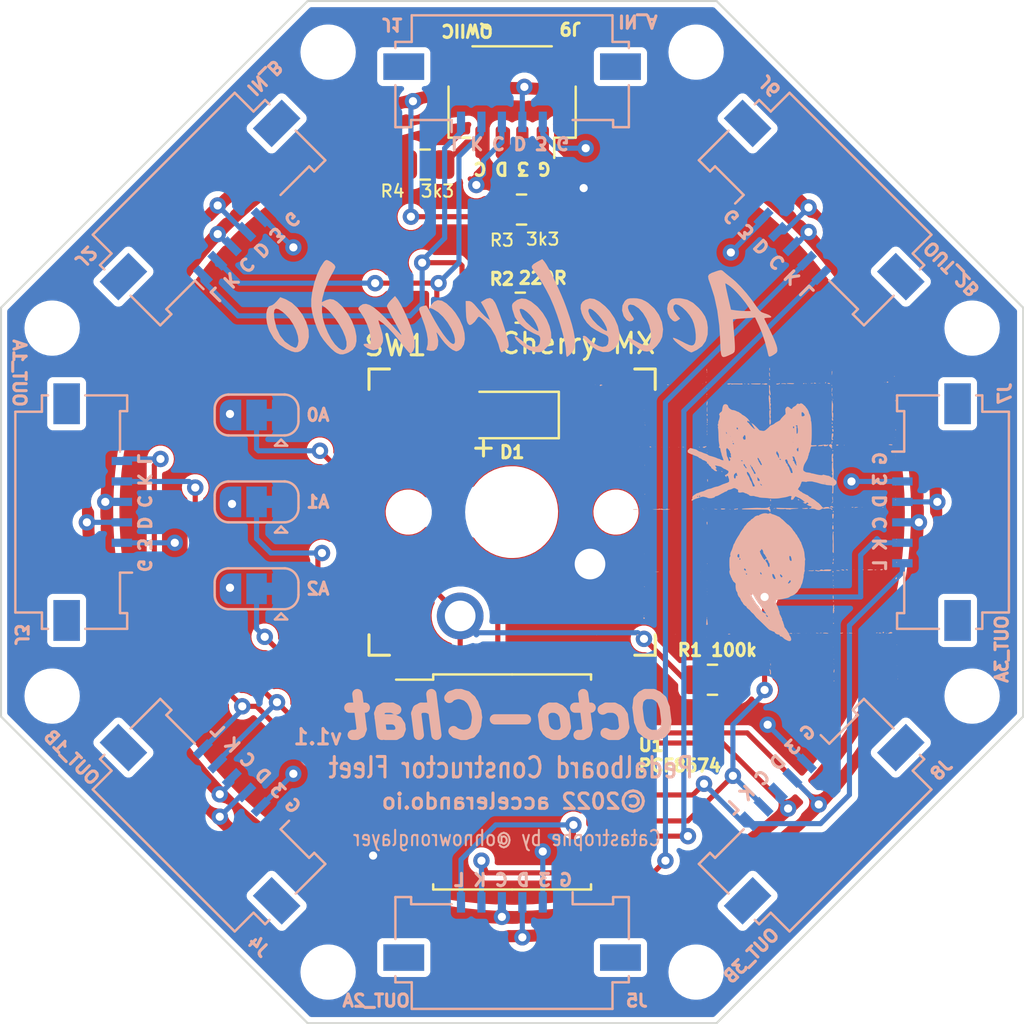
<source format=kicad_pcb>
(kicad_pcb (version 20211014) (generator pcbnew)
  (title_block (title "OctoChat") (date "2022-12-03") (rev "1.1") (company "Accelerando"))
  (layers (0 "F.Cu" signal) (31 "B.Cu" signal) (34 "B.Paste" user) (35 "F.Paste" user) (36 "B.SilkS" user "B.Silkscreen") (37 "F.SilkS" user "F.Silkscreen") (38 "B.Mask" user) (39 "F.Mask" user) (44 "Edge.Cuts" user))
  (net 0 "")
  (net 1 "GND")
  (net 2 "+3V3")
  (net 3 "/SDA")
  (net 4 "/SCL")
  (net 5 "/KEY")
  (net 6 "/LED")
  (net 7 "/KEY1")
  (net 8 "/LED1")
  (net 9 "/KEY2")
  (net 10 "/LED2")
  (net 11 "/KEY3")
  (net 12 "/LED3")
  (net 13 "/A0")
  (net 14 "/A1")
  (net 15 "/A2")
  (net 17 "/LEDK")
  (footprint "MountingHole:MountingHole_2.1mm" (layer "F.Cu") (at 147.5 116)
    (fp_text reference "H7" hide)
    (fp_text value "MountingHole" hide)
  )
  (footprint "MountingHole:MountingHole_2.1mm" (layer "F.Cu") (at 134 147.5)
    (fp_text reference "H6" hide)
    (fp_text value "MountingHole" hide)
  )
  (footprint "MountingHole:MountingHole_2.1mm" (layer "F.Cu") (at 116 102.5)
    (fp_text reference "H3" hide)
    (fp_text value "MountingHole" hide)
  )
  (footprint "Kailh:SW_MX" (layer "F.Cu") (at 125 125 180)
    (fp_text reference "SW1")
    (fp_text value "Cherry MX")
  )
  (footprint "Package_SO:SOIC-16W_7.5x10.3mm_P1.27mm" (layer "F.Cu") (at 125 138.2)
    (fp_text reference "U1")
    (fp_text value "PCF8574")
  )
  (footprint "Resistor_SMD:R_0805_2012Metric" (layer "F.Cu") (at 120.75 108)
    (fp_text reference "R4")
    (fp_text value "3k3")
  )
  (footprint "MountingHole:MountingHole_2.1mm" (layer "F.Cu") (at 134 102.5)
    (fp_text reference "H5" hide)
    (fp_text value "MountingHole" hide)
  )
  (footprint "MountingHole:MountingHole_2.1mm" (layer "F.Cu") (at 102.5 134)
    (fp_text reference "H2" hide)
    (fp_text value "MountingHole" hide)
  )
  (footprint "Resistor_SMD:R_0805_2012Metric" (layer "F.Cu") (at 125.4 115)
    (fp_text reference "R2")
    (fp_text value "220R")
  )
  (footprint "MountingHole:MountingHole_2.1mm" (layer "F.Cu") (at 116 147.5)
    (fp_text reference "H4" hide)
    (fp_text value "MountingHole" hide)
  )
  (footprint "MountingHole:MountingHole_2.1mm" (layer "F.Cu") (at 102.5 116)
    (fp_text reference "H1" hide)
    (fp_text value "MountingHole" hide)
  )
  (footprint "MountingHole:MountingHole_2.1mm" (layer "F.Cu") (at 147.5 134)
    (fp_text reference "H8" hide)
    (fp_text value "MountingHole" hide)
  )
  (footprint "Resistor_SMD:R_0805_2012Metric" (layer "F.Cu") (at 134.8 133.2 180)
    (fp_text reference "R1")
    (fp_text value "100k")
  )
  (footprint "LED_SMD:LED_1206_3216Metric" (layer "F.Cu") (at 125 120.25 180)
    (fp_text reference "D1")
    (fp_text value "1206" hide)
  )
  (footprint "Connector_JST:JST_SH_SM04B-SRSS-TB_1x04-1MP_P1.00mm_Horizontal" (layer "F.Cu") (at 125 104.9 180)
    (fp_text reference "J9")
    (fp_text value "QWIIC")
  )
  (footprint "Resistor_SMD:R_0805_2012Metric" (layer "F.Cu") (at 125.4625 110.2 180)
    (fp_text reference "R3")
    (fp_text value "3k3")
  )
  (footprint "Connector_FFC-FPC:Molex_200528-0060_1x06-1MP_P1.00mm_Horizontal" (layer "B.Cu") (at 105 125 90)
    (fp_text reference "J3")
    (fp_text value "OUT_1A")
  )
  (footprint "Jumper:SolderJumper-3_P1.3mm_Bridged12_RoundedPad1.0x1.5mm" (layer "B.Cu") (at 112.5 124.5 180)
    (fp_text reference "JP2" hide)
    (fp_text value "A1")
  )
  (footprint "Connector_FFC-FPC:Molex_200528-0060_1x06-1MP_P1.00mm_Horizontal" (layer "B.Cu") (at 111 111 45)
    (fp_text reference "J2")
    (fp_text value "IN_B")
  )
  (footprint "Jumper:SolderJumper-3_P1.3mm_Bridged12_RoundedPad1.0x1.5mm" (layer "B.Cu") (at 112.5 120.25 180)
    (fp_text reference "JP1" hide)
    (fp_text value "A0")
  )
  (footprint "Jumper:SolderJumper-3_P1.3mm_Bridged12_RoundedPad1.0x1.5mm" (layer "B.Cu") (at 112.5 128.75 180)
    (fp_text reference "JP3" hide)
    (fp_text value "A2")
  )
  (footprint "LOGO" (layer "B.Cu") (at 136.45 125.6 180)
    (fp_text reference "G***" hide)
    (fp_text value "LOGO" hide)
  )
  (footprint "Connector_FFC-FPC:Molex_200528-0060_1x06-1MP_P1.00mm_Horizontal" (layer "B.Cu") (at 139 111 -45)
    (fp_text reference "J6")
    (fp_text value "OUT_2B")
  )
  (footprint "Connector_FFC-FPC:Molex_200528-0060_1x06-1MP_P1.00mm_Horizontal" (layer "B.Cu") (at 145 125 -90)
    (fp_text reference "J7")
    (fp_text value "OUT_3A")
  )
  (footprint "Connector_FFC-FPC:Molex_200528-0060_1x06-1MP_P1.00mm_Horizontal" (layer "B.Cu") (at 111 139 135)
    (fp_text reference "J4")
    (fp_text value "OUT_1B")
  )
  (footprint "Connector_FFC-FPC:Molex_200528-0060_1x06-1MP_P1.00mm_Horizontal" (layer "B.Cu") (at 125 145 180)
    (fp_text reference "J5")
    (fp_text value "OUT_2A")
  )
  (footprint "Connector_FFC-FPC:Molex_200528-0060_1x06-1MP_P1.00mm_Horizontal" (layer "B.Cu") (at 138.999999 139 -135)
    (fp_text reference "J8")
    (fp_text value "OUT_3B")
  )
  (footprint "LOGO" (layer "B.Cu") (at 125.5 115 180)
    (fp_text reference "G***" hide)
    (fp_text value "LOGO" hide)
  )
  (footprint "Connector_FFC-FPC:Molex_200528-0060_1x06-1MP_P1.00mm_Horizontal" (layer "B.Cu") (at 125 105)
    (fp_text reference "J1")
    (fp_text value "IN_A")
  )
  (gr_line (start 135 100) (end 150 115) (layer "Edge.Cuts") (width 0.1))
  (gr_line (start 115 150) (end 135 150) (layer "Edge.Cuts") (width 0.1))
  (gr_line (start 135 100) (end 115 100) (layer "Edge.Cuts") (width 0.1))
  (gr_line (start 150 135) (end 135 150) (layer "Edge.Cuts") (width 0.1))
  (gr_line (start 100 115) (end 100 135) (layer "Edge.Cuts") (width 0.1))
  (gr_line (start 100 115) (end 115 100) (layer "Edge.Cuts") (width 0.1))
  (gr_line (start 115 150) (end 100 135) (layer "Edge.Cuts") (width 0.1))
  (gr_line (start 150 135) (end 150 115) (layer "Edge.Cuts") (width 0.1))
  (gr_text "L K C D 3 G" (at 124.9 106.95 180) (layer "B.SilkS") (effects (font (size 0.6 0.6)) (justify mirror)))
  (gr_text "G 3 D C K L" (at 137.65 137.6 45) (layer "B.SilkS") (effects (font (size 0.6 0.6)) (justify mirror)))
  (gr_text "v1.1" (at 115.5 136) (layer "B.SilkS") (effects (font (size 0.75 0.75)) (justify mirror)))
  (gr_text "L K C D 3 G" (at 112.4 112.5 225) (layer "B.SilkS") (effects (font (size 0.6 0.6)) (justify mirror)))
  (gr_text "©2022 accelerando.io" (at 125.1 139.15) (layer "B.SilkS") (effects (font (size 0.75 0.75)) (justify mirror)))
  (gr_text "G 3 D C K L" (at 143 124.95 90) (layer "B.SilkS") (effects (font (size 0.6 0.6)) (justify mirror)))
  (gr_text "G 3 D C K L" (at 107 125.05 270) (layer "B.SilkS") (effects (font (size 0.6 0.6)) (justify mirror)))
  (gr_text "Pedalboard Constructor Fleet" (at 124.95 137.5) (layer "B.SilkS") (effects (font (size 1 0.8)) (justify mirror)))
  (gr_text "Catastrophe by @ohnowronglayer" (at 124.75 140.95) (layer "B.SilkS") (effects (font (size 0.75 0.6) (thickness 0.1)) (justify mirror)))
  (gr_text "G 3 D C K L" (at 112.45 137.55 315) (layer "B.SilkS") (effects (font (size 0.6 0.6)) (justify mirror)))
  (gr_text "G 3 D C K L" (at 137.55 112.35 135) (layer "B.SilkS") (effects (font (size 0.6 0.6)) (justify mirror)))
  (gr_text "Octo-Chat" (at 125 135) (layer "B.SilkS") (effects (font (size 2 2) (thickness 0.5) italic) (justify mirror)))
  (gr_text "G 3 D C K L" (at 125.05 143) (layer "B.SilkS") (effects (font (size 0.6 0.6)) (justify mirror)))
  (gr_text "+" (at 123.6 121.8) (layer "F.SilkS") (effects (font (size 1 1))))
  (gr_text "G 3 D C" (at 125 108.2 180) (layer "F.SilkS") (effects (font (size 0.6 0.6))))
  (segment (start 126.5 106.9) (end 126.5 107.15) (width 0.25) (layer "F.Cu") (net 1))
  (segment (start 120.35 142.645) (end 119.045 142.645) (width 0.25) (layer "F.Cu") (net 1))
  (segment (start 126.5 107.15) (end 128.5 109.15) (width 0.25) (layer "F.Cu") (net 1))
  (segment (start 119.045 142.645) (end 118.2 141.8) (width 0.25) (layer "F.Cu") (net 1))
  (via (at 128.5 109.15) (size 0.8) (drill 0.4) (layers "F.Cu" "B.Cu") (net 1))
  (via (at 118.2 141.8) (size 0.8) (drill 0.4) (layers "F.Cu" "B.Cu") (net 1))
  (segment (start 113.411234 109.8757) (end 113.411234 110.011234) (width 0.25) (layer "B.Cu") (net 1))
  (via (at 114.3 112.05) (size 0.8) (drill 0.4) (layers "F.Cu" "B.Cu") (net 2))
  (via (at 141.6 123.5) (size 0.8) (drill 0.4) (layers "F.Cu" "B.Cu") (net 2))
  (via (at 128.6 107.2) (size 0.8) (drill 0.4) (layers "F.Cu" "B.Cu") (net 2))
  (via (at 137.5 135.4) (size 0.8) (drill 0.4) (layers "F.Cu" "B.Cu") (net 2))
  (via (at 108.5 126.5) (size 0.8) (drill 0.4) (layers "F.Cu" "B.Cu") (net 2))
  (via (at 135.7 112.3) (size 0.8) (drill 0.4) (layers "F.Cu" "B.Cu") (net 2))
  (via (at 114.3 137.8) (size 0.8) (drill 0.4) (layers "F.Cu" "B.Cu") (net 2))
  (via (at 126.5 141.6) (size 0.8) (drill 0.4) (layers "F.Cu" "B.Cu") (net 2))
  (via (at 111.2 128.7) (size 0.8) (drill 0.4) (layers "F.Cu" "B.Cu") (net 2))
  (via (at 111.3 124.6) (size 0.8) (drill 0.4) (layers "F.Cu" "B.Cu") (net 2))
  (via (at 111.2 120.2) (size 0.8) (drill 0.4) (layers "F.Cu" "B.Cu") (net 2))
  (segment (start 113.6 111.4) (end 112.782807 110.582807) (width 0.25) (layer "B.Cu") (net 2))
  (segment (start 112.704127 139.395873) (end 114.3 137.8) (width 0.25) (layer "B.Cu") (net 2))
  (segment (start 126.5 144.09) (end 126.5 141.6) (width 0.25) (layer "B.Cu") (net 2))
  (segment (start 137.4 110.6) (end 135.7 112.3) (width 0.25) (layer "B.Cu") (net 2))
  (segment (start 126.5 105.91) (end 126.5 106.5) (width 0.25) (layer "B.Cu") (net 2))
  (segment (start 127.2 107.2) (end 128.6 107.2) (width 0.25) (layer "B.Cu") (net 2))
  (segment (start 114.3 112.05) (end 113.6 111.4) (width 0.25) (layer "B.Cu") (net 2))
  (segment (start 139.395873 137.295873) (end 137.5 135.4) (width 0.25) (layer "B.Cu") (net 2))
  (segment (start 126.5 106.5) (end 127 107) (width 0.25) (layer "B.Cu") (net 2))
  (segment (start 144.09 123.5) (end 141.6 123.5) (width 0.25) (layer "B.Cu") (net 2))
  (segment (start 105.91 126.5) (end 108.5 126.5) (width 0.25) (layer "B.Cu") (net 2))
  (segment (start 112.782807 110.582807) (end 112.704127 110.582807) (width 0.25) (layer "B.Cu") (net 2))
  (segment (start 137.382807 110.582807) (end 137.4 110.6) (width 0.25) (layer "B.Cu") (net 2))
  (segment (start 127 107) (end 127.2 107.2) (width 0.25) (layer "B.Cu") (net 2))
  (segment (start 124.5 106.9) (end 124.5 110.15) (width 0.25) (layer "F.Cu") (net 3))
  (segment (start 124.5 110.15) (end 124.55 110.2) (width 0.25) (layer "F.Cu") (net 3))
  (segment (start 120.05 110.55) (end 124.2 110.55) (width 0.25) (layer "F.Cu") (net 3))
  (segment (start 140 139.3) (end 136.5 135.8) (width 0.25) (layer "F.Cu") (net 3))
  (segment (start 136.5 135.8) (end 131.1 135.8) (width 0.25) (layer "F.Cu") (net 3))
  (segment (start 131.1 135.8) (end 130.325 135.025) (width 0.25) (layer "F.Cu") (net 3))
  (segment (start 124.2 110.55) (end 124.55 110.2) (width 0.25) (layer "F.Cu") (net 3))
  (via (at 120.05 110.55) (size 0.8) (drill 0.4) (layers "F.Cu" "B.Cu") (net 3))
  (via (at 125.5 145.8) (size 0.8) (drill 0.4) (layers "F.Cu" "B.Cu") (net 3))
  (via (at 120.15 104.9) (size 0.8) (drill 0.4) (layers "F.Cu" "B.Cu") (net 3))
  (via (at 140 139.3) (size 0.8) (drill 0.4) (layers "F.Cu" "B.Cu") (net 3))
  (via (at 125.6 104.2) (size 0.8) (drill 0.4) (layers "F.Cu" "B.Cu") (net 3))
  (via (at 110.6 110) (size 0.8) (drill 0.4) (layers "F.Cu" "B.Cu") (net 3))
  (via (at 104.2 125.5) (size 0.8) (drill 0.4) (layers "F.Cu" "B.Cu") (net 3))
  (via (at 110.7 139.9) (size 0.8) (drill 0.4) (layers "F.Cu" "B.Cu") (net 3))
  (via (at 145.8 124.5) (size 0.8) (drill 0.4) (layers "F.Cu" "B.Cu") (net 3))
  (via (at 139.5 110.1) (size 0.8) (drill 0.4) (layers "F.Cu" "B.Cu") (net 3))
  (segment (start 138.710085 138.010085) (end 140 139.3) (width 0.25) (layer "B.Cu") (net 3))
  (segment (start 125.5 104.3) (end 125.6 104.2) (width 0.25) (layer "B.Cu") (net 3))
  (segment (start 111.889914 111.289914) (end 110.6 110) (width 0.25) (layer "B.Cu") (net 3))
  (segment (start 120.05 105) (end 120.15 104.9) (width 0.25) (layer "B.Cu") (net 3))
  (segment (start 138.310086 111.289914) (end 139.5 110.1) (width 0.25) (layer "B.Cu") (net 3))
  (segment (start 144.09 124.5) (end 145.8 124.5) (width 0.25) (layer "B.Cu") (net 3))
  (segment (start 111.889914 138.710086) (end 110.7 139.9) (width 0.25) (layer "B.Cu") (net 3))
  (segment (start 138.002979 111.289914) (end 138.310086 111.289914) (width 0.25) (layer "B.Cu") (net 3))
  (segment (start 105.91 125.5) (end 104.2 125.5) (width 0.25) (layer "B.Cu") (net 3))
  (segment (start 125.5 105.91) (end 125.5 104.3) (width 0.25) (layer "B.Cu") (net 3))
  (segment (start 125.5 144.09) (end 125.5 145.8) (width 0.25) (layer "B.Cu") (net 3))
  (segment (start 120.05 110.55) (end 120.05 105) (width 0.25) (layer "B.Cu") (net 3))
  (segment (start 111.997021 111.289914) (end 111.889914 111.289914) (width 0.25) (layer "B.Cu") (net 3))
  (segment (start 123.6 108.45) (end 123.6 108.1) (width 0.25) (layer "F.Cu") (net 4))
  (segment (start 123.5 106.9) (end 122.7625 106.9) (width 0.25) (layer "F.Cu") (net 4))
  (segment (start 122.95 108.7) (end 123.25 109) (width 0.25) (layer "F.Cu") (net 4))
  (segment (start 135.295 136.295) (end 129.65 136.295) (width 0.25) (layer "F.Cu") (net 4))
  (segment (start 123.25 109) (end 123.25 108.45) (width 0.25) (layer "F.Cu") (net 4))
  (segment (start 123.6 108.1) (end 123.6 107) (width 0.25) (layer "F.Cu") (net 4))
  (segment (start 122.7625 106.9) (end 121.6625 108) (width 0.25) (layer "F.Cu") (net 4))
  (segment (start 138.5 139.5) (end 135.295 136.295) (width 0.25) (layer "F.Cu") (net 4))
  (segment (start 123.25 108.45) (end 123.6 108.1) (width 0.25) (layer "F.Cu") (net 4))
  (segment (start 123.6 107) (end 123.5 106.9) (width 0.25) (layer "F.Cu") (net 4))
  (via (at 105.1 124.5) (size 0.8) (drill 0.4) (layers "F.Cu" "B.Cu") (net 4))
  (via (at 138.5 139.5) (size 0.8) (drill 0.4) (layers "F.Cu" "B.Cu") (net 4))
  (via (at 124.5 144.8) (size 0.8) (drill 0.4) (layers "F.Cu" "B.Cu") (net 4))
  (via (at 123.25 109) (size 0.8) (drill 0.4) (layers "F.Cu" "B.Cu") (net 4))
  (via (at 110.7 138.8) (size 0.8) (drill 0.4) (layers "F.Cu" "B.Cu") (net 4))
  (via (at 144.9 125.5) (size 0.8) (drill 0.4) (layers "F.Cu" "B.Cu") (net 4))
  (via (at 110.6 111.4) (size 0.8) (drill 0.4) (layers "F.Cu" "B.Cu") (net 4))
  (via (at 139.5 111.3) (size 0.8) (drill 0.4) (layers "F.Cu" "B.Cu") (net 4))
  (segment (start 111.289914 111.997021) (end 111.197021 111.997021) (width 0.25) (layer "B.Cu") (net 4))
  (segment (start 124.5 106.9) (end 124.2 107.2) (width 0.25) (layer "B.Cu") (net 4))
  (segment (start 138.002978 139.002978) (end 138.5 139.5) (width 0.25) (layer "B.Cu") (net 4))
  (segment (start 111.197021 111.997021) (end 110.6 111.4) (width 0.25) (layer "B.Cu") (net 4))
  (segment (start 124.5 105.91) (end 124.5 106.9) (width 0.25) (layer "B.Cu") (net 4))
  (segment (start 144.09 125.5) (end 144.9 125.5) (width 0.25) (layer "B.Cu") (net 4))
  (segment (start 105.91 124.5) (end 105.1 124.5) (width 0.25) (layer "B.Cu") (net 4))
  (segment (start 124.2 107.2) (end 123.6 107.8) (width 0.25) (layer "B.Cu") (net 4))
  (segment (start 111.289914 138.002979) (end 111.289914 138.210086) (width 0.25) (layer "B.Cu") (net 4))
  (segment (start 123.6 107.8) (end 123.6 108.45) (width 0.25) (layer "B.Cu") (net 4))
  (segment (start 138.002978 138.710086) (end 138.002978 139.002978) (width 0.25) (layer "B.Cu") (net 4))
  (segment (start 124.5 144.09) (end 124.5 144.8) (width 0.25) (layer "B.Cu") (net 4))
  (segment (start 138.802979 111.997021) (end 139.5 111.3) (width 0.25) (layer "B.Cu") (net 4))
  (segment (start 123.6 108.45) (end 123.25 108.8) (width 0.25) (layer "B.Cu") (net 4))
  (segment (start 123.25 108.8) (end 123.25 109) (width 0.25) (layer "B.Cu") (net 4))
  (segment (start 111.289914 138.210086) (end 110.7 138.8) (width 0.25) (layer "B.Cu") (net 4))
  (segment (start 122.46 130.08) (end 122.46 136.86) (width 0.25) (layer "F.Cu") (net 5))
  (segment (start 118.3 113.8) (end 121.2 113.8) (width 0.25) (layer "F.Cu") (net 5))
  (segment (start 133.45 133.2) (end 133.8875 133.2) (width 0.25) (layer "F.Cu") (net 5))
  (segment (start 121.317 113.917) (end 121.317 128.937) (width 0.25) (layer "F.Cu") (net 5))
  (segment (start 131.45 131.2) (end 133.45 133.2) (width 0.25) (layer "F.Cu") (net 5))
  (segment (start 121.835 137.565) (end 120.35 137.565) (width 0.25) (layer "F.Cu") (net 5))
  (segment (start 122.46 136.86) (end 122.5 136.9) (width 0.25) (layer "F.Cu") (net 5))
  (segment (start 121.317 128.937) (end 122.46 130.08) (width 0.25) (layer "F.Cu") (net 5))
  (segment (start 121.2 113.8) (end 121.317 113.917) (width 0.25) (layer "F.Cu") (net 5))
  (segment (start 122.5 136.9) (end 121.835 137.565) (width 0.25) (layer "F.Cu") (net 5))
  (via (at 118.3 113.8) (size 0.8) (drill 0.4) (layers "F.Cu" "B.Cu") (net 5))
  (via (at 121.4 113.8) (size 0.8) (drill 0.4) (layers "F.Cu" "B.Cu") (net 5))
  (via (at 131.45 131.2) (size 0.8) (drill 0.4) (layers "F.Cu" "B.Cu") (net 5))
  (segment (start 110.582807 112.704127) (end 110.582807 112.882807) (width 0.25) (layer "B.Cu") (net 5))
  (segment (start 123.1 106.9) (end 122.4 107.6) (width 0.25) (layer "B.Cu") (net 5))
  (segment (start 122.4 111.6) (end 122.4 112.8) (width 0.25) (layer "B.Cu") (net 5))
  (segment (start 111.67868 113.8) (end 110.582807 112.704127) (width 0.25) (layer "B.Cu") (net 5))
  (segment (start 123.35 130.9) (end 123.25 131) (width 0.25) (layer "B.Cu") (net 5))
  (segment (start 122.46 130.21) (end 122.46 130.08) (width 0.25) (layer "B.Cu") (net 5))
  (segment (start 122.4 107.7) (end 122.4 111.6) (width 0.25) (layer "B.Cu") (net 5))
  (segment (start 122.4 112.8) (end 121.4 113.8) (width 0.25) (layer "B.Cu") (net 5))
  (segment (start 131.15 130.9) (end 123.35 130.9) (width 0.25) (layer "B.Cu") (net 5))
  (segment (start 122.4 107.6) (end 122.4 107.7) (width 0.25) (layer "B.Cu") (net 5))
  (segment (start 118.3 113.8) (end 111.67868 113.8) (width 0.25) (layer "B.Cu") (net 5))
  (segment (start 123.5 105.91) (end 123.5 106.5) (width 0.25) (layer "B.Cu") (net 5))
  (segment (start 123.25 131) (end 122.46 130.21) (width 0.25) (layer "B.Cu") (net 5))
  (segment (start 123.5 106.5) (end 123.1 106.9) (width 0.25) (layer "B.Cu") (net 5))
  (segment (start 131.45 131.2) (end 131.15 130.9) (width 0.25) (layer "B.Cu") (net 5))
  (segment (start 124.3 129.05) (end 122.55 127.3) (width 0.25) (layer "F.Cu") (net 6))
  (segment (start 123 115) (end 124.4875 115) (width 0.25) (layer "F.Cu") (net 6))
  (segment (start 124.3 137.25) (end 124.3 129.05) (width 0.25) (layer "F.Cu") (net 6))
  (segment (start 122.55 115.95) (end 122.55 115.45) (width 0.25) (layer "F.Cu") (net 6))
  (segment (start 122.55 112.95) (end 122.4 112.8) (width 0.25) (layer "F.Cu") (net 6))
  (segment (start 122.55 127.3) (end 122.55 115.95) (width 0.25) (layer "F.Cu") (net 6))
  (segment (start 122.55 115.95) (end 122.55 112.95) (width 0.25) (layer "F.Cu") (net 6))
  (segment (start 122.715 138.835) (end 124.3 137.25) (width 0.25) (layer "F.Cu") (net 6))
  (segment (start 122.55 115.45) (end 123 115) (width 0.25) (layer "F.Cu") (net 6))
  (segment (start 120.35 138.835) (end 122.715 138.835) (width 0.25) (layer "F.Cu") (net 6))
  (segment (start 122.4 112.8) (end 120.6 112.8) (width 0.25) (layer "F.Cu") (net 6))
  (via (at 120.6 112.8) (size 0.8) (drill 0.4) (layers "F.Cu" "B.Cu") (net 6))
  (segment (start 120.6 112.7) (end 120.6 112.8) (width 0.25) (layer "B.Cu") (net 6))
  (segment (start 109.8757 113.411234) (end 109.8757 113.6757) (width 0.25) (layer "B.Cu") (net 6))
  (segment (start 109.8757 113.6757) (end 111.2 115) (width 0.25) (layer "B.Cu") (net 6))
  (segment (start 122.5 106.4) (end 121.7 107.2) (width 0.25) (layer "B.Cu") (net 6))
  (segment (start 121.7 107.2) (end 121.7 111.6) (width 0.25) (layer "B.Cu") (net 6))
  (segment (start 121.7 111.6) (end 120.6 112.7) (width 0.25) (layer "B.Cu") (net 6))
  (segment (start 111.6 115.4) (end 115.8 115.4) (width 0.25) (layer "B.Cu") (net 6))
  (segment (start 120 115.4) (end 120.6 114.8) (width 0.25) (layer "B.Cu") (net 6))
  (segment (start 120.6 114.8) (end 120.6 112.8) (width 0.25) (layer "B.Cu") (net 6))
  (segment (start 115.8 115.4) (end 120 115.4) (width 0.25) (layer "B.Cu") (net 6))
  (segment (start 122.5 105.91) (end 122.5 106.4) (width 0.25) (layer "B.Cu") (net 6))
  (segment (start 111.2 115) (end 111.6 115.4) (width 0.25) (layer "B.Cu") (net 6))
  (segment (start 109.5 123.8) (end 109.5 130.4) (width 0.25) (layer "F.Cu") (net 7))
  (segment (start 109.5 130.4) (end 113.4 134.3) (width 0.25) (layer "F.Cu") (net 7))
  (segment (start 120.35 140.105) (end 119.305 140.105) (width 0.25) (layer "F.Cu") (net 7))
  (segment (start 119.305 140.105) (end 113.5 134.3) (width 0.25) (layer "F.Cu") (net 7))
  (segment (start 113.4 134.3) (end 113.5 134.3) (width 0.25) (layer "F.Cu") (net 7))
  (via (at 109.5 123.8) (size 0.8) (drill 0.4) (layers "F.Cu" "B.Cu") (net 7))
  (via (at 113.5 134.3) (size 0.8) (drill 0.4) (layers "F.Cu" "B.Cu") (net 7))
  (segment (start 113.5 134.3) (end 110.582807 137.217193) (width 0.25) (layer "B.Cu") (net 7))
  (segment (start 105.91 123.5) (end 109.2 123.5) (width 0.25) (layer "B.Cu") (net 7))
  (segment (start 109.2 123.5) (end 109.5 123.8) (width 0.25) (layer "B.Cu") (net 7))
  (segment (start 120.2 141.4) (end 119.4 141.4) (width 0.25) (layer "F.Cu") (net 8))
  (segment (start 112.5 134.5) (end 119.4 141.4) (width 0.25) (layer "F.Cu") (net 8))
  (segment (start 111.8 134.5) (end 107.5 130.2) (width 0.25) (layer "F.Cu") (net 8))
  (segment (start 112.5 134.5) (end 111.8 134.5) (width 0.25) (layer "F.Cu") (net 8))
  (segment (start 107.5 130.2) (end 107.5 122.7) (width 0.25) (layer "F.Cu") (net 8))
  (segment (start 107.5 122.7) (end 107.8 122.4) (width 0.25) (layer "F.Cu") (net 8))
  (via (at 111.8 134.5) (size 0.8) (drill 0.4) (layers "F.Cu" "B.Cu") (net 8))
  (via (at 107.8 122.4) (size 0.8) (drill 0.4) (layers "F.Cu" "B.Cu") (net 8))
  (segment (start 111.8 134.664466) (end 109.8757 136.588766) (width 0.25) (layer "B.Cu") (net 8))
  (segment (start 107.8 122.4) (end 106.01 122.4) (width 0.25) (layer "B.Cu") (net 8))
  (segment (start 106.01 122.4) (end 105.91 122.5) (width 0.25) (layer "B.Cu") (net 8))
  (segment (start 111.8 134.5) (end 111.8 134.664466) (width 0.25) (layer "B.Cu") (net 8))
  (segment (start 123.5 142.05) (end 123.755 142.645) (width 0.25) (layer "F.Cu") (net 9))
  (segment (start 129.65 142.645) (end 131.905 142.645) (width 0.25) (layer "F.Cu") (net 9))
  (segment (start 123.755 142.645) (end 129.65 142.645) (width 0.25) (layer "F.Cu") (net 9))
  (segment (start 131.905 142.645) (end 132.5 142.05) (width 0.25) (layer "F.Cu") (net 9))
  (via (at 132.5 142.05) (size 0.8) (drill 0.4) (layers "F.Cu" "B.Cu") (net 9))
  (via (at 123.5 142.05) (size 0.8) (drill 0.4) (layers "F.Cu" "B.Cu") (net 9))
  (segment (start 132.5 142.05) (end 132.5 119.62132) (width 0.25) (layer "B.Cu") (net 9))
  (segment (start 123.5 142.05) (end 123.5 144.09) (width 0.25) (layer "B.Cu") (net 9))
  (segment (start 132.5 119.62132) (end 139.417193 112.704127) (width 0.25) (layer "B.Cu") (net 9))
  (segment (start 128.275 141.375) (end 128 141.1) (width 0.25) (layer "F.Cu") (net 10))
  (segment (start 129.65 141.375) (end 128.275 141.375) (width 0.25) (layer "F.Cu") (net 10))
  (segment (start 128 141.1) (end 128 140.3) (width 0.25) (layer "F.Cu") (net 10))
  (segment (start 130.175 140.85) (end 129.65 141.375) (width 0.25) (layer "F.Cu") (net 10))
  (segment (start 133.6 140.85) (end 130.175 140.85) (width 0.25) (layer "F.Cu") (net 10))
  (via (at 133.6 140.85) (size 0.8) (drill 0.4) (layers "F.Cu" "B.Cu") (net 10))
  (via (at 128 140.3) (size 0.8) (drill 0.4) (layers "F.Cu" "B.Cu") (net 10))
  (segment (start 133.400631 120.050631) (end 140.1243 113.411234) (width 0.25) (layer "B.Cu") (net 10))
  (segment (start 122.5 142) (end 122.5 144.09) (width 0.25) (layer "B.Cu") (net 10))
  (segment (start 133.400631 120.050631) (end 133.400631 140.650631) (width 0.25) (layer "B.Cu") (net 10))
  (segment (start 128 140.3) (end 124.2 140.3) (width 0.25) (layer "B.Cu") (net 10))
  (segment (start 133.400631 140.650631) (end 133.6 140.85) (width 0.25) (layer "B.Cu") (net 10))
  (segment (start 124.2 140.3) (end 122.5 142) (width 0.25) (layer "B.Cu") (net 10))
  (segment (start 137.35 133.7) (end 137.35 129.15) (width 0.25) (layer "F.Cu") (net 11))
  (segment (start 129.65 140.105) (end 133.595 140.105) (width 0.25) (layer "F.Cu") (net 11))
  (segment (start 133.595 140.105) (end 135.8 137.9) (width 0.25) (layer "F.Cu") (net 11))
  (via (at 135.8 137.9) (size 0.8) (drill 0.4) (layers "F.Cu" "B.Cu") (net 11))
  (via (at 137.35 133.7) (size 0.8) (drill 0.4) (layers "F.Cu" "B.Cu") (net 11))
  (via (at 137.35 129.15) (size 0.8) (drill 0.4) (layers "F.Cu" "B.Cu") (net 11))
  (segment (start 137.35 133.85) (end 137.35 133.7) (width 0.25) (layer "B.Cu") (net 11))
  (segment (start 135.8 135.4) (end 137.35 133.85) (width 0.25) (layer "B.Cu") (net 11))
  (segment (start 142.05 129.15) (end 142.05 127.1) (width 0.25) (layer "B.Cu") (net 11))
  (segment (start 135.8 137.9) (end 135.8 135.4) (width 0.25) (layer "B.Cu") (net 11))
  (segment (start 143.05 126.5) (end 144.09 126.5) (width 0.25) (layer "B.Cu") (net 11))
  (segment (start 135.8 137.9) (end 137.2 139.3) (width 0.25) (layer "B.Cu") (net 11))
  (segment (start 142.85 126.3) (end 143.05 126.5) (width 0.25) (layer "B.Cu") (net 11))
  (segment (start 142.05 127.1) (end 142.85 126.3) (width 0.25) (layer "B.Cu") (net 11))
  (segment (start 137.35 129.15) (end 142.05 129.15) (width 0.25) (layer "B.Cu") (net 11))
  (segment (start 133.840402 138.835) (end 129.65 138.835) (width 0.25) (layer "F.Cu") (net 12))
  (segment (start 134.387701 138.287701) (end 133.840402 138.835) (width 0.25) (layer "F.Cu") (net 12))
  (via (at 134.387701 138.287701) (size 0.8) (drill 0.4) (layers "F.Cu" "B.Cu") (net 12))
  (segment (start 140.087926 140.236688) (end 136.701153 140.236688) (width 0.25) (layer "B.Cu") (net 12))
  (segment (start 144.09 127.5) (end 144.09 127.95) (width 0.25) (layer "B.Cu") (net 12))
  (segment (start 136.7 140.3) (end 136.4 140.3) (width 0.25) (layer "B.Cu") (net 12))
  (segment (start 144.09 127.95) (end 141.5 130.54) (width 0.25) (layer "B.Cu") (net 12))
  (segment (start 141.5 138.824614) (end 140.087926 140.236688) (width 0.25) (layer "B.Cu") (net 12))
  (segment (start 141.5 130.54) (end 141.5 138.824614) (width 0.25) (layer "B.Cu") (net 12))
  (segment (start 136.4 140.3) (end 134.387701 138.287701) (width 0.25) (layer "B.Cu") (net 12))
  (segment (start 120.35 132.95) (end 116.6 129.2) (width 0.25) (layer "F.Cu") (net 13))
  (segment (start 116.6 123) (end 115.6 122) (width 0.25) (layer "F.Cu") (net 13))
  (segment (start 120.35 133.755) (end 120.35 132.95) (width 0.25) (layer "F.Cu") (net 13))
  (segment (start 116.6 129.2) (end 116.6 123) (width 0.25) (layer "F.Cu") (net 13))
  (via (at 115.6 122) (size 0.8) (drill 0.4) (layers "F.Cu" "B.Cu") (net 13))
  (segment (start 112.5 121.9) (end 112.5 120.25) (width 0.25) (layer "B.Cu") (net 13))
  (segment (start 115.6 122) (end 112.6 122) (width 0.25) (layer "B.Cu") (net 13))
  (segment (start 112.6 122) (end 112.5 121.9) (width 0.25) (layer "B.Cu") (net 13))
  (segment (start 115.5 127.2) (end 115.7 127) (width 0.25) (layer "F.Cu") (net 14))
  (segment (start 115.798928 130.9) (end 115.5 130.9) (width 0.25) (layer "F.Cu") (net 14))
  (segment (start 119.923928 135.025) (end 115.798928 130.9) (width 0.25) (layer "F.Cu") (net 14))
  (segment (start 115.5 130.9) (end 115.5 127.2) (width 0.25) (layer "F.Cu") (net 14))
  (via (at 115.7 127) (size 0.8) (drill 0.4) (layers "F.Cu" "B.Cu") (net 14))
  (segment (start 112.5 126.3) (end 113.2 127) (width 0.25) (layer "B.Cu") (net 14))
  (segment (start 112.5 124.5) (end 112.5 126.3) (width 0.25) (layer "B.Cu") (net 14))
  (segment (start 113.2 127) (end 115.7 127) (width 0.25) (layer "B.Cu") (net 14))
  (segment (start 120.35 136.295) (end 118.095 136.295) (width 0.25) (layer "F.Cu") (net 15))
  (segment (start 112.9 131.1) (end 118.095 136.295) (width 0.25) (layer "F.Cu") (net 15))
  (via (at 112.9 131.1) (size 0.8) (drill 0.4) (layers "F.Cu" "B.Cu") (net 15))
  (segment (start 112.9 131.1) (end 112.5 130.7) (width 0.25) (layer "B.Cu") (net 15))
  (segment (start 112.5 130.7) (end 112.5 128.75) (width 0.25) (layer "B.Cu") (net 15))
  (segment (start 126.3375 114.75) (end 126.3375 120.1875) (width 0.25) (layer "F.Cu") (net 17))
  (zone (net 3) (net_name "/SDA") (layer "F.Cu") (priority 1) (connect_pads yes (clearance 0.3)) (min_thickness 0.254) (fill yes (thermal_gap 0.508) (thermal_bridge_width 0.508))
    (polygon (pts (xy 146.039265 125) (xy 146.01924 124.08228) (xy 145.959204 123.166307) (xy 145.859271 122.253825) (xy 145.719631 121.34657) (xy 145.54055 120.44627) (xy 145.322369 119.554638) (xy 145.065504 118.673371) (xy 144.770442 117.804148) (xy 144.437746 116.948622) (xy 144.06805 116.108422) (xy 143.662056 115.285149) (xy 143.220538 114.480368) (xy 142.744336 113.695611) (xy 142.234357 112.932373) (xy 141.691571 112.192107) (xy 141.117012 111.476221) (xy 140.511773 110.786079) (xy 139.877007 110.122993) (xy 139.213921 109.488227) (xy 138.523779 108.882988) (xy 137.807893 108.308429) (xy 137.067627 107.765643) (xy 136.304389 107.255664) (xy 135.519633 106.779462) (xy 134.714851 106.337944) (xy 133.891578 105.93195) (xy 133.051378 105.562254) (xy 132.195852 105.229558) (xy 131.326629 104.934496) (xy 130.445362 104.677631) (xy 129.55373 104.45945) (xy 128.65343 104.280369) (xy 127.746175 104.140729) (xy 126.833693 104.040796) (xy 125.91772 103.98076) (xy 125 103.960735) (xy 124.08228 103.98076) (xy 123.166307 104.040796) (xy 122.253825 104.140729) (xy 121.34657 104.280369) (xy 120.44627 104.45945) (xy 119.554638 104.677631) (xy 118.673371 104.934496) (xy 117.804148 105.229558) (xy 116.948622 105.562254) (xy 116.108422 105.93195) (xy 115.285149 106.337944) (xy 114.480368 106.779462) (xy 113.695611 107.255664) (xy 112.932373 107.765643) (xy 112.192107 108.308429) (xy 111.476221 108.882988) (xy 110.786079 109.488227) (xy 110.122993 110.122993) (xy 109.488227 110.786079) (xy 108.882988 111.476221) (xy 108.308429 112.192107) (xy 107.765643 112.932373) (xy 107.255664 113.695611) (xy 106.779462 114.480368) (xy 106.337944 115.285149) (xy 105.93195 116.108422) (xy 105.562254 116.948622) (xy 105.229558 117.804148) (xy 104.934496 118.673371) (xy 104.677631 119.554638) (xy 104.45945 120.44627) (xy 104.280369 121.34657) (xy 104.140729 122.253825) (xy 104.040796 123.166307) (xy 103.98076 124.08228) (xy 103.960735 125) (xy 103.98076 125.91772) (xy 104.040796 126.833693) (xy 104.140729 127.746175) (xy 104.280369 128.65343) (xy 104.45945 129.55373) (xy 104.677631 130.445362) (xy 104.934496 131.326629) (xy 105.229558 132.195852) (xy 105.562254 133.051378) (xy 105.93195 133.891578) (xy 106.337944 134.714851) (xy 106.779462 135.519632) (xy 107.255664 136.304389) (xy 107.765643 137.067627) (xy 108.308429 137.807893) (xy 108.882988 138.523779) (xy 109.488227 139.213921) (xy 110.122993 139.877007) (xy 110.786079 140.511773) (xy 111.476221 141.117012) (xy 112.192107 141.691571) (xy 112.932373 142.234357) (xy 113.695611 142.744336) (xy 114.480367 143.220538) (xy 115.285149 143.662056) (xy 116.108422 144.06805) (xy 116.948622 144.437746) (xy 117.804148 144.770442) (xy 118.673371 145.065504) (xy 119.554638 145.322369) (xy 120.44627 145.54055) (xy 121.34657 145.719631) (xy 122.253825 145.859271) (xy 123.166307 145.959204) (xy 124.08228 146.01924) (xy 125 146.039265) (xy 125.91772 146.01924) (xy 126.833693 145.959204) (xy 127.746175 145.859271) (xy 128.65343 145.719631) (xy 129.55373 145.54055) (xy 130.445362 145.322369) (xy 131.326629 145.065504) (xy 132.195852 144.770442) (xy 133.051378 144.437746) (xy 133.891578 144.06805) (xy 134.714851 143.662056) (xy 135.519633 143.220538) (xy 136.304389 142.744336) (xy 137.067627 142.234357) (xy 137.807893 141.691571) (xy 138.523779 141.117012) (xy 139.213921 140.511773) (xy 139.877007 139.877007) (xy 140.511773 139.213921) (xy 141.117012 138.523779) (xy 141.691571 137.807893) (xy 142.234357 137.067627) (xy 142.744336 136.304389) (xy 143.220538 135.519632) (xy 143.662056 134.714851) (xy 144.06805 133.891578) (xy 144.437746 133.051378) (xy 144.770442 132.195852) (xy 145.065504 131.326629) (xy 145.322369 130.445362) (xy 145.54055 129.55373) (xy 145.719631 128.65343) (xy 145.859271 127.746175) (xy 145.959204 126.833693) (xy 146.01924 125.91772)))
  )
  (zone (net 4) (net_name "/SCL") (layer "F.Cu") (priority 3) (connect_pads yes (clearance 0.3)) (min_thickness 0.254) (fill yes (thermal_gap 0.508) (thermal_bridge_width 0.508))
    (polygon (pts (xy 145.142456 125) (xy 145.123285 124.121398) (xy 145.065808 123.244469) (xy 144.970134 122.370882) (xy 144.836447 121.502299) (xy 144.664999 120.640375) (xy 144.456118 119.786749) (xy 144.210202 118.943047) (xy 143.927717 118.110874) (xy 143.609203 117.291816) (xy 143.255265 116.48743) (xy 142.866577 115.699249) (xy 142.443879 114.928772) (xy 141.987975 114.177466) (xy 141.499734 113.446762) (xy 140.980085 112.73805) (xy 140.430016 112.052679) (xy 139.850576 111.391954) (xy 139.242867 110.757133) (xy 138.608046 110.149424) (xy 137.947321 109.569984) (xy 137.26195 109.019915) (xy 136.553238 108.500266) (xy 135.822534 108.012025) (xy 135.071228 107.556121) (xy 134.300751 107.133423) (xy 133.51257 106.744735) (xy 132.708184 106.390797) (xy 131.889126 106.072283) (xy 131.056953 105.789798) (xy 130.213251 105.543882) (xy 129.359625 105.335001) (xy 128.497701 105.163553) (xy 127.629118 105.029866) (xy 126.755531 104.934192) (xy 125.878602 104.876715) (xy 125 104.857544) (xy 124.121398 104.876715) (xy 123.244469 104.934192) (xy 122.370882 105.029866) (xy 121.502299 105.163553) (xy 120.640375 105.335001) (xy 119.786749 105.543882) (xy 118.943047 105.789798) (xy 118.110874 106.072283) (xy 117.291816 106.390797) (xy 116.48743 106.744735) (xy 115.699249 107.133423) (xy 114.928772 107.556121) (xy 114.177466 108.012025) (xy 113.446762 108.500266) (xy 112.73805 109.019915) (xy 112.052679 109.569984) (xy 111.391954 110.149424) (xy 110.757133 110.757133) (xy 110.149424 111.391954) (xy 109.569984 112.052679) (xy 109.019915 112.73805) (xy 108.500266 113.446762) (xy 108.012025 114.177466) (xy 107.556121 114.928772) (xy 107.133423 115.699249) (xy 106.744735 116.48743) (xy 106.390797 117.291816) (xy 106.072283 118.110874) (xy 105.789798 118.943047) (xy 105.543882 119.786749) (xy 105.335001 120.640375) (xy 105.163553 121.502299) (xy 105.029866 122.370882) (xy 104.934192 123.244469) (xy 104.876715 124.121398) (xy 104.857544 125) (xy 104.876715 125.878602) (xy 104.934192 126.755531) (xy 105.029866 127.629118) (xy 105.163553 128.497701) (xy 105.335001 129.359625) (xy 105.543882 130.213251) (xy 105.789798 131.056953) (xy 106.072283 131.889126) (xy 106.390797 132.708184) (xy 106.744735 133.51257) (xy 107.133423 134.300751) (xy 107.556121 135.071228) (xy 108.012025 135.822534) (xy 108.500266 136.553238) (xy 109.019915 137.26195) (xy 109.569984 137.947321) (xy 110.149424 138.608046) (xy 110.757133 139.242867) (xy 111.391954 139.850576) (xy 112.052679 140.430016) (xy 112.73805 140.980085) (xy 113.446762 141.499734) (xy 114.177466 141.987975) (xy 114.928772 142.443879) (xy 115.699249 142.866577) (xy 116.48743 143.255265) (xy 117.291816 143.609203) (xy 118.110874 143.927717) (xy 118.943047 144.210202) (xy 119.786749 144.456118) (xy 120.640375 144.664999) (xy 121.502299 144.836447) (xy 122.370882 144.970134) (xy 123.244469 145.065808) (xy 124.121398 145.123285) (xy 125 145.142456) (xy 125.878602 145.123285) (xy 126.755531 145.065808) (xy 127.629118 144.970134) (xy 128.497701 144.836447) (xy 129.359625 144.664999) (xy 130.213251 144.456118) (xy 131.056953 144.210202) (xy 131.889126 143.927717) (xy 132.708184 143.609203) (xy 133.51257 143.255265) (xy 134.300751 142.866577) (xy 135.071228 142.443879) (xy 135.822534 141.987975) (xy 136.553238 141.499734) (xy 137.26195 140.980085) (xy 137.947321 140.430016) (xy 138.608046 139.850576) (xy 139.242867 139.242867) (xy 139.850576 138.608046) (xy 140.430016 137.947321) (xy 140.980085 137.26195) (xy 141.499734 136.553238) (xy 141.987975 135.822534) (xy 142.443879 135.071228) (xy 142.866577 134.300751) (xy 143.255265 133.51257) (xy 143.609203 132.708184) (xy 143.927717 131.889126) (xy 144.210202 131.056953) (xy 144.456118 130.213251) (xy 144.664999 129.359625) (xy 144.836447 128.497701) (xy 144.970134 127.629118) (xy 145.065808 126.755531) (xy 145.123285 125.878602)))
  )
  (zone (net 2) (net_name "+3V3") (layer "F.Cu") (priority 5) (connect_pads (clearance 0.25)) (min_thickness 0.254) (fill yes (thermal_gap 0.508) (thermal_bridge_width 0.508))
    (polygon (pts (xy 144.209143 125) (xy 144.189369 124.128616) (xy 144.130086 123.259026) (xy 144.031417 122.39302) (xy 143.893565 121.532382) (xy 143.716814 120.678883) (xy 143.501527 119.834281) (xy 143.248149 119.000314) (xy 142.9572 118.1787) (xy 142.62928 117.371129) (xy 142.265063 116.579266) (xy 141.865301 115.80474) (xy 141.430814 115.049145) (xy 140.9625 114.314038) (xy 140.46132 113.600932) (xy 139.928308 112.911295) (xy 139.36456 112.246546) (xy 138.771238 111.608056) (xy 138.149563 110.997137) (xy 137.500815 110.415049) (xy 136.826329 109.862989) (xy 136.127495 109.342094) (xy 135.40575 108.853436) (xy 134.662582 108.398022) (xy 133.89952 107.976789) (xy 133.118135 107.590604) (xy 132.320035 107.240263) (xy 131.506865 106.926487) (xy 130.680298 106.649921) (xy 129.842036 106.411136) (xy 128.993805 106.210623) (xy 128.137352 106.048794) (xy 127.274439 105.925984) (xy 126.406843 105.842444) (xy 125.536351 105.798346) (xy 124.664754 105.793783) (xy 123.793848 105.828762) (xy 122.925425 105.903212) (xy 122.061273 106.01698) (xy 121.203172 106.169831) (xy 120.352888 106.361451) (xy 119.512171 106.591445) (xy 118.682754 106.859339) (xy 117.866342 107.164583) (xy 117.064618 107.506547) (xy 116.279232 107.884528) (xy 115.5118 108.297748) (xy 114.763903 108.745354) (xy 114.037081 109.226427) (xy 113.332831 109.739976) (xy 112.652601 110.284943) (xy 111.997793 110.860206) (xy 111.369754 111.464581) (xy 110.769779 112.096823) (xy 110.199101 112.755631) (xy 109.658896 113.439649) (xy 109.150277 114.147468) (xy 108.67429 114.877631) (xy 108.231915 115.628634) (xy 107.824063 116.398932) (xy 107.451575 117.186938) (xy 107.115216 117.99103) (xy 106.815679 118.809552) (xy 106.553581 119.64082) (xy 106.329462 120.483122) (xy 106.143783 121.334723) (xy 105.996926 122.19387) (xy 105.889194 123.058795) (xy 105.820809 123.927717) (xy 105.79191 124.798846) (xy 105.802559 125.670389) (xy 105.852732 126.540553) (xy 105.942327 127.407544) (xy 106.071159 128.269579) (xy 106.238963 129.124882) (xy 106.445393 129.971692) (xy 106.690024 130.808266) (xy 106.972353 131.632882) (xy 107.291799 132.443842) (xy 107.647703 133.239476) (xy 108.039333 134.018146) (xy 108.465883 134.778249) (xy 108.926475 135.51822) (xy 109.420159 136.236536) (xy 109.94592 136.931717) (xy 110.502676 137.602332) (xy 111.089279 138.247) (xy 111.704523 138.864395) (xy 112.34714 139.453246) (xy 113.015808 140.012339) (xy 113.709149 140.540523) (xy 114.425737 141.036712) (xy 115.164095 141.499883) (xy 115.922705 141.929084) (xy 116.700003 142.32343) (xy 117.49439 142.682109) (xy 118.30423 143.004384) (xy 119.127855 143.28959) (xy 119.963571 143.53714) (xy 120.809655 143.746525) (xy 121.664367 143.917313) (xy 122.525947 144.049153) (xy 123.39262 144.141774) (xy 124.262603 144.194984) (xy 125.134104 144.208675) (xy 126.005329 144.182818) (xy 126.874484 144.117465) (xy 127.73978 144.012753) (xy 128.599434 143.868896) (xy 129.451679 143.686191) (xy 130.294757 143.465013) (xy 131.126935 143.205819) (xy 131.946498 142.909141) (xy 132.751759 142.575591) (xy 133.541061 142.205855) (xy 134.312777 141.800695) (xy 135.06532 141.360944) (xy 135.79714 140.887509) (xy 136.50673 140.381363) (xy 137.192629 139.84355) (xy 137.853426 139.275175) (xy 138.487758 138.67741) (xy 139.094322 138.051485) (xy 139.671867 137.398689) (xy 140.219205 136.720366) (xy 140.735209 136.017912) (xy 141.218816 135.292774) (xy 141.669031 134.546444) (xy 142.084926 133.780459) (xy 142.465646 132.996397) (xy 142.810407 132.195872) (xy 143.118499 131.380531) (xy 143.389287 130.552053) (xy 143.622214 129.712145) (xy 143.816801 128.862535) (xy 143.972647 128.004972) (xy 144.08943 127.141223) (xy 144.166911 126.273065) (xy 144.20493 125.402286)))
  )
  (zone (net 1) (net_name "GND") (layer "B.Cu") (priority 1) (connect_pads yes (clearance 0.3)) (min_thickness 0.254) (fill yes (thermal_gap 0.508) (thermal_bridge_width 0.508))
    (polygon (pts (xy 150 150) (xy 100 150) (xy 100 100) (xy 150 100)))
  )
)
</source>
